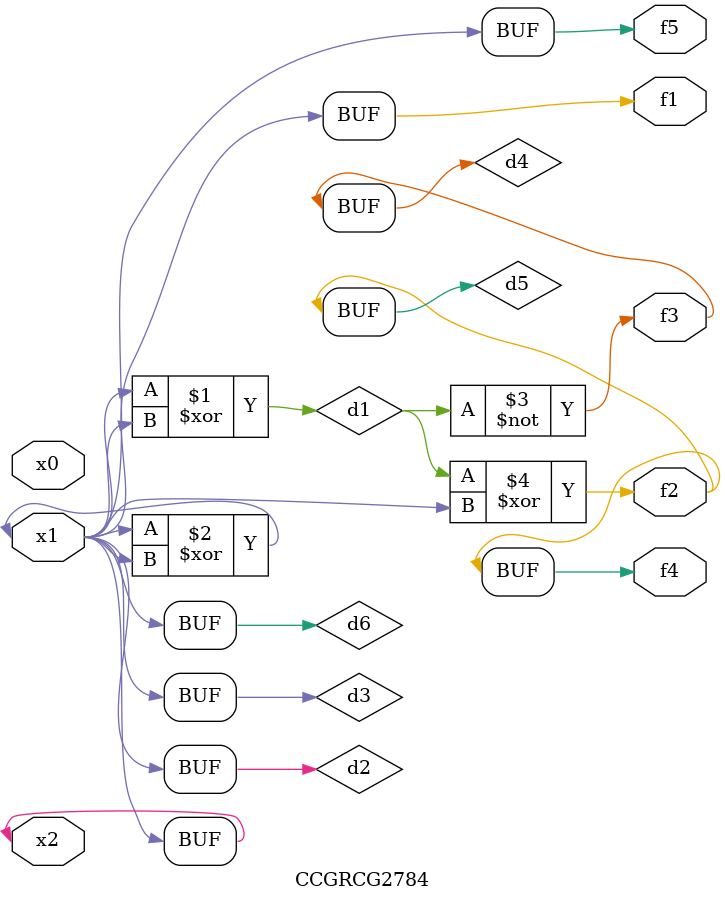
<source format=v>
module CCGRCG2784(
	input x0, x1, x2,
	output f1, f2, f3, f4, f5
);

	wire d1, d2, d3, d4, d5, d6;

	xor (d1, x1, x2);
	buf (d2, x1, x2);
	xor (d3, x1, x2);
	nor (d4, d1);
	xor (d5, d1, d2);
	buf (d6, d2, d3);
	assign f1 = d6;
	assign f2 = d5;
	assign f3 = d4;
	assign f4 = d5;
	assign f5 = d6;
endmodule

</source>
